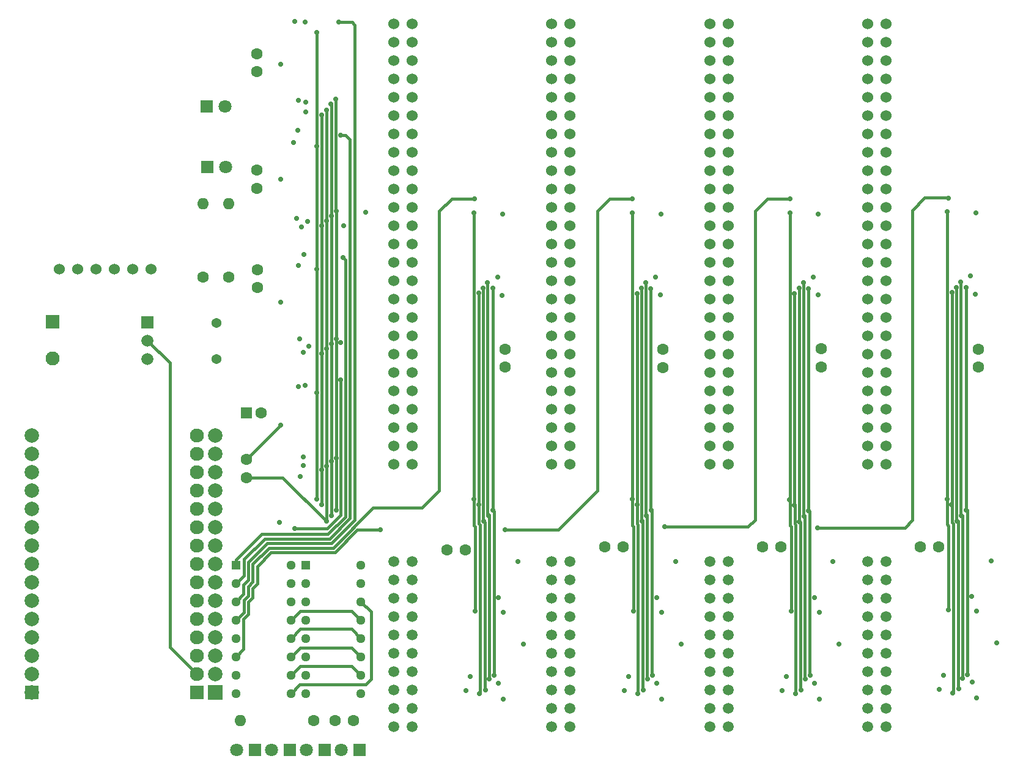
<source format=gbl>
G04 #@! TF.GenerationSoftware,KiCad,Pcbnew,(7.0.0)*
G04 #@! TF.CreationDate,2023-12-21T14:48:03-05:00*
G04 #@! TF.ProjectId,luminator,6c756d69-6e61-4746-9f72-2e6b69636164,rev?*
G04 #@! TF.SameCoordinates,Original*
G04 #@! TF.FileFunction,Copper,L4,Bot*
G04 #@! TF.FilePolarity,Positive*
%FSLAX46Y46*%
G04 Gerber Fmt 4.6, Leading zero omitted, Abs format (unit mm)*
G04 Created by KiCad (PCBNEW (7.0.0)) date 2023-12-21 14:48:03*
%MOMM*%
%LPD*%
G01*
G04 APERTURE LIST*
G04 #@! TA.AperFunction,ComponentPad*
%ADD10C,1.600000*%
G04 #@! TD*
G04 #@! TA.AperFunction,ComponentPad*
%ADD11O,1.600000X1.600000*%
G04 #@! TD*
G04 #@! TA.AperFunction,ComponentPad*
%ADD12R,1.800000X1.800000*%
G04 #@! TD*
G04 #@! TA.AperFunction,ComponentPad*
%ADD13C,1.800000*%
G04 #@! TD*
G04 #@! TA.AperFunction,ComponentPad*
%ADD14R,1.930000X1.930000*%
G04 #@! TD*
G04 #@! TA.AperFunction,ComponentPad*
%ADD15C,1.930000*%
G04 #@! TD*
G04 #@! TA.AperFunction,ComponentPad*
%ADD16R,1.600000X1.600000*%
G04 #@! TD*
G04 #@! TA.AperFunction,ComponentPad*
%ADD17C,1.498600*%
G04 #@! TD*
G04 #@! TA.AperFunction,ComponentPad*
%ADD18C,1.524000*%
G04 #@! TD*
G04 #@! TA.AperFunction,ComponentPad*
%ADD19R,1.295400X1.295400*%
G04 #@! TD*
G04 #@! TA.AperFunction,ComponentPad*
%ADD20C,1.295400*%
G04 #@! TD*
G04 #@! TA.AperFunction,ComponentPad*
%ADD21R,1.665000X1.665000*%
G04 #@! TD*
G04 #@! TA.AperFunction,ComponentPad*
%ADD22C,1.665000*%
G04 #@! TD*
G04 #@! TA.AperFunction,ComponentPad*
%ADD23R,2.000000X2.000000*%
G04 #@! TD*
G04 #@! TA.AperFunction,ComponentPad*
%ADD24C,2.000000*%
G04 #@! TD*
G04 #@! TA.AperFunction,ComponentPad*
%ADD25R,1.950000X1.950000*%
G04 #@! TD*
G04 #@! TA.AperFunction,ComponentPad*
%ADD26C,1.950000*%
G04 #@! TD*
G04 #@! TA.AperFunction,ComponentPad*
%ADD27C,1.371600*%
G04 #@! TD*
G04 #@! TA.AperFunction,ViaPad*
%ADD28C,0.700000*%
G04 #@! TD*
G04 #@! TA.AperFunction,Conductor*
%ADD29C,0.400000*%
G04 #@! TD*
G04 APERTURE END LIST*
D10*
X88239600Y-130479800D03*
D11*
X78079599Y-130479799D03*
D12*
X80111599Y-134518399D03*
D13*
X77571600Y-134518400D03*
D12*
X84937599Y-134518399D03*
D13*
X82397600Y-134518400D03*
D12*
X89738199Y-134518399D03*
D13*
X87198200Y-134518400D03*
D12*
X94584599Y-134518399D03*
D13*
X92044600Y-134518400D03*
D10*
X93680600Y-130454400D03*
X91180600Y-130454400D03*
X78892400Y-96804800D03*
X78892400Y-94304800D03*
D14*
X72008999Y-126542799D03*
D15*
X72009000Y-124002800D03*
X72009000Y-121462800D03*
X72009000Y-118922800D03*
X72009000Y-116382800D03*
X72009000Y-113842800D03*
X72009000Y-111302800D03*
X72009000Y-108762800D03*
X72009000Y-106222800D03*
X72009000Y-103682800D03*
X72009000Y-101142800D03*
X72009000Y-98602800D03*
X72009000Y-96062800D03*
X72009000Y-93522800D03*
X72009000Y-90982800D03*
D14*
X49148999Y-126542799D03*
D15*
X49149000Y-124002800D03*
X49149000Y-121462800D03*
X49149000Y-118922800D03*
X49149000Y-116382800D03*
X49149000Y-113842800D03*
X49149000Y-111302800D03*
X49149000Y-108762800D03*
X49149000Y-106222800D03*
X49149000Y-103682800D03*
X49149000Y-101142800D03*
X49149000Y-98602800D03*
X49149000Y-96062800D03*
X49149000Y-93522800D03*
X49149000Y-90982800D03*
D10*
X76479400Y-69037200D03*
D11*
X76479399Y-58877199D03*
D16*
X78917799Y-87833199D03*
D10*
X80917800Y-87833200D03*
D17*
X101854000Y-131318000D03*
X99314000Y-131318000D03*
X101854000Y-128778000D03*
X99314000Y-128778000D03*
X101854000Y-126238000D03*
X99314000Y-126238000D03*
X101854000Y-123698000D03*
X99314000Y-123698000D03*
X101854000Y-121158000D03*
X99314000Y-121158000D03*
X101854000Y-118618000D03*
X99314000Y-118618000D03*
X101854000Y-116078000D03*
X99314000Y-116078000D03*
X101854000Y-113538000D03*
X99314000Y-113538000D03*
X101854000Y-110998000D03*
X99314000Y-110998000D03*
X101854000Y-108458000D03*
X99314000Y-108458000D03*
D18*
X167456401Y-94950999D03*
X164916401Y-94950999D03*
X167456401Y-92410999D03*
X164916401Y-92410999D03*
X167456401Y-89870999D03*
X164916401Y-89870999D03*
X167456401Y-87330999D03*
X164916401Y-87330999D03*
X167456401Y-84790999D03*
X164916401Y-84790999D03*
X167456401Y-82250999D03*
X164916401Y-82250999D03*
X167456401Y-79710999D03*
X164916401Y-79710999D03*
X167456401Y-77170999D03*
X164916401Y-77170999D03*
X167456401Y-74630999D03*
X164916401Y-74630999D03*
X167456401Y-72090999D03*
X164916401Y-72090999D03*
X167456401Y-69550999D03*
X164916401Y-69550999D03*
X167456401Y-67010999D03*
X164916401Y-67010999D03*
X167456401Y-64470999D03*
X164916401Y-64470999D03*
X167456401Y-61930999D03*
X164916401Y-61930999D03*
X167456401Y-59390999D03*
X164916401Y-59390999D03*
X167456401Y-56850999D03*
X164916401Y-56850999D03*
X167456401Y-54310999D03*
X164916401Y-54310999D03*
X167456401Y-51770999D03*
X164916401Y-51770999D03*
X167456401Y-49230999D03*
X164916401Y-49230999D03*
X167456401Y-46690999D03*
X164916401Y-46690999D03*
X167456401Y-44150999D03*
X164916401Y-44150999D03*
X167456401Y-41610999D03*
X164916401Y-41610999D03*
X167456401Y-39070999D03*
X164916401Y-39070999D03*
X167456401Y-36530999D03*
X164916401Y-36530999D03*
X167456401Y-33990999D03*
X164916401Y-33990999D03*
D19*
X77444599Y-108915199D03*
D20*
X77444600Y-111455200D03*
X77444600Y-113995200D03*
X77444600Y-116535200D03*
X77444600Y-119075200D03*
X77444600Y-121615200D03*
X77444600Y-124155200D03*
X77444600Y-126695200D03*
X85064600Y-126695200D03*
X85064600Y-124155200D03*
X85064600Y-121615200D03*
X85064600Y-119075200D03*
X85064600Y-116535200D03*
X85064600Y-113995200D03*
X85064600Y-111455200D03*
X85064600Y-108915200D03*
D12*
X73426399Y-45415199D03*
D13*
X75966400Y-45415200D03*
D10*
X180263800Y-81534000D03*
X180263800Y-79034000D03*
X109174600Y-106832400D03*
X106674600Y-106832400D03*
D17*
X145612401Y-131272999D03*
X143072401Y-131272999D03*
X145612401Y-128732999D03*
X143072401Y-128732999D03*
X145612401Y-126192999D03*
X143072401Y-126192999D03*
X145612401Y-123652999D03*
X143072401Y-123652999D03*
X145612401Y-121112999D03*
X143072401Y-121112999D03*
X145612401Y-118572999D03*
X143072401Y-118572999D03*
X145612401Y-116032999D03*
X143072401Y-116032999D03*
X145612401Y-113492999D03*
X143072401Y-113492999D03*
X145612401Y-110952999D03*
X143072401Y-110952999D03*
X145612401Y-108412999D03*
X143072401Y-108412999D03*
D10*
X174706600Y-106375200D03*
X172206600Y-106375200D03*
X80340200Y-56743600D03*
X80340200Y-54243600D03*
D17*
X167456401Y-131272999D03*
X164916401Y-131272999D03*
X167456401Y-128732999D03*
X164916401Y-128732999D03*
X167456401Y-126192999D03*
X164916401Y-126192999D03*
X167456401Y-123652999D03*
X164916401Y-123652999D03*
X167456401Y-121112999D03*
X164916401Y-121112999D03*
X167456401Y-118572999D03*
X164916401Y-118572999D03*
X167456401Y-116032999D03*
X164916401Y-116032999D03*
X167456401Y-113492999D03*
X164916401Y-113492999D03*
X167456401Y-110952999D03*
X164916401Y-110952999D03*
X167456401Y-108412999D03*
X164916401Y-108412999D03*
D10*
X152882600Y-106375200D03*
X150382600Y-106375200D03*
D21*
X65203799Y-75302749D03*
D22*
X65203800Y-77842750D03*
X65203800Y-80382750D03*
D10*
X158470600Y-81483200D03*
X158470600Y-78983200D03*
D18*
X65659000Y-67932300D03*
X52959000Y-67932300D03*
X60579000Y-67932300D03*
X58039000Y-67932300D03*
X63119000Y-67932300D03*
X55499000Y-67932300D03*
D17*
X123723400Y-131272999D03*
X121183400Y-131272999D03*
X123723400Y-128732999D03*
X121183400Y-128732999D03*
X123723400Y-126192999D03*
X121183400Y-126192999D03*
X123723400Y-123652999D03*
X121183400Y-123652999D03*
X123723400Y-121112999D03*
X121183400Y-121112999D03*
X123723400Y-118572999D03*
X121183400Y-118572999D03*
X123723400Y-116032999D03*
X121183400Y-116032999D03*
X123723400Y-113492999D03*
X121183400Y-113492999D03*
X123723400Y-110952999D03*
X121183400Y-110952999D03*
X123723400Y-108412999D03*
X121183400Y-108412999D03*
D18*
X101854000Y-94996000D03*
X99314000Y-94996000D03*
X101854000Y-92456000D03*
X99314000Y-92456000D03*
X101854000Y-89916000D03*
X99314000Y-89916000D03*
X101854000Y-87376000D03*
X99314000Y-87376000D03*
X101854000Y-84836000D03*
X99314000Y-84836000D03*
X101854000Y-82296000D03*
X99314000Y-82296000D03*
X101854000Y-79756000D03*
X99314000Y-79756000D03*
X101854000Y-77216000D03*
X99314000Y-77216000D03*
X101854000Y-74676000D03*
X99314000Y-74676000D03*
X101854000Y-72136000D03*
X99314000Y-72136000D03*
X101854000Y-69596000D03*
X99314000Y-69596000D03*
X101854000Y-67056000D03*
X99314000Y-67056000D03*
X101854000Y-64516000D03*
X99314000Y-64516000D03*
X101854000Y-61976000D03*
X99314000Y-61976000D03*
X101854000Y-59436000D03*
X99314000Y-59436000D03*
X101854000Y-56896000D03*
X99314000Y-56896000D03*
X101854000Y-54356000D03*
X99314000Y-54356000D03*
X101854000Y-51816000D03*
X99314000Y-51816000D03*
X101854000Y-49276000D03*
X99314000Y-49276000D03*
X101854000Y-46736000D03*
X99314000Y-46736000D03*
X101854000Y-44196000D03*
X99314000Y-44196000D03*
X101854000Y-41656000D03*
X99314000Y-41656000D03*
X101854000Y-39116000D03*
X99314000Y-39116000D03*
X101854000Y-36576000D03*
X99314000Y-36576000D03*
X101854000Y-34036000D03*
X99314000Y-34036000D03*
D10*
X136575800Y-81584800D03*
X136575800Y-79084800D03*
D23*
X74548999Y-126542799D03*
D24*
X74549000Y-124002800D03*
X74549000Y-121462800D03*
X74549000Y-118922800D03*
X74549000Y-116382800D03*
X74549000Y-113842800D03*
X74549000Y-111302800D03*
X74549000Y-108762800D03*
X74549000Y-106222800D03*
X74549000Y-103682800D03*
X74549000Y-101142800D03*
X74549000Y-98602800D03*
X74549000Y-96062800D03*
X74549000Y-93522800D03*
X74549000Y-90982800D03*
X49149000Y-90982800D03*
X49149000Y-93522800D03*
X49149000Y-96062800D03*
X49149000Y-98602800D03*
X49149000Y-101142800D03*
X49149000Y-103682800D03*
X49149000Y-106222800D03*
X49149000Y-108762800D03*
X49149000Y-111302800D03*
X49149000Y-113842800D03*
X49149000Y-116382800D03*
X49149000Y-118922800D03*
X49149000Y-121462800D03*
X49149000Y-124002800D03*
X49149000Y-126542800D03*
D19*
X87147399Y-108915199D03*
D20*
X87147400Y-111455200D03*
X87147400Y-113995200D03*
X87147400Y-116535200D03*
X87147400Y-119075200D03*
X87147400Y-121615200D03*
X87147400Y-124155200D03*
X87147400Y-126695200D03*
X94767400Y-126695200D03*
X94767400Y-124155200D03*
X94767400Y-121615200D03*
X94767400Y-119075200D03*
X94767400Y-116535200D03*
X94767400Y-113995200D03*
X94767400Y-111455200D03*
X94767400Y-108915200D03*
D12*
X73482199Y-53847999D03*
D13*
X76022200Y-53848000D03*
D25*
X52044599Y-75234799D03*
D26*
X52044600Y-80314800D03*
D18*
X123723400Y-94950999D03*
X121183400Y-94950999D03*
X123723400Y-92410999D03*
X121183400Y-92410999D03*
X123723400Y-89870999D03*
X121183400Y-89870999D03*
X123723400Y-87330999D03*
X121183400Y-87330999D03*
X123723400Y-84790999D03*
X121183400Y-84790999D03*
X123723400Y-82250999D03*
X121183400Y-82250999D03*
X123723400Y-79710999D03*
X121183400Y-79710999D03*
X123723400Y-77170999D03*
X121183400Y-77170999D03*
X123723400Y-74630999D03*
X121183400Y-74630999D03*
X123723400Y-72090999D03*
X121183400Y-72090999D03*
X123723400Y-69550999D03*
X121183400Y-69550999D03*
X123723400Y-67010999D03*
X121183400Y-67010999D03*
X123723400Y-64470999D03*
X121183400Y-64470999D03*
X123723400Y-61930999D03*
X121183400Y-61930999D03*
X123723400Y-59390999D03*
X121183400Y-59390999D03*
X123723400Y-56850999D03*
X121183400Y-56850999D03*
X123723400Y-54310999D03*
X121183400Y-54310999D03*
X123723400Y-51770999D03*
X121183400Y-51770999D03*
X123723400Y-49230999D03*
X121183400Y-49230999D03*
X123723400Y-46690999D03*
X121183400Y-46690999D03*
X123723400Y-44150999D03*
X121183400Y-44150999D03*
X123723400Y-41610999D03*
X121183400Y-41610999D03*
X123723400Y-39070999D03*
X121183400Y-39070999D03*
X123723400Y-36530999D03*
X121183400Y-36530999D03*
X123723400Y-33990999D03*
X121183400Y-33990999D03*
D10*
X80441800Y-70510400D03*
X80441800Y-68010400D03*
X80340200Y-40620000D03*
X80340200Y-38120000D03*
D27*
X74752200Y-75433550D03*
X74752200Y-80433550D03*
D18*
X145612401Y-94950999D03*
X143072401Y-94950999D03*
X145612401Y-92410999D03*
X143072401Y-92410999D03*
X145612401Y-89870999D03*
X143072401Y-89870999D03*
X145612401Y-87330999D03*
X143072401Y-87330999D03*
X145612401Y-84790999D03*
X143072401Y-84790999D03*
X145612401Y-82250999D03*
X143072401Y-82250999D03*
X145612401Y-79710999D03*
X143072401Y-79710999D03*
X145612401Y-77170999D03*
X143072401Y-77170999D03*
X145612401Y-74630999D03*
X143072401Y-74630999D03*
X145612401Y-72090999D03*
X143072401Y-72090999D03*
X145612401Y-69550999D03*
X143072401Y-69550999D03*
X145612401Y-67010999D03*
X143072401Y-67010999D03*
X145612401Y-64470999D03*
X143072401Y-64470999D03*
X145612401Y-61930999D03*
X143072401Y-61930999D03*
X145612401Y-59390999D03*
X143072401Y-59390999D03*
X145612401Y-56850999D03*
X143072401Y-56850999D03*
X145612401Y-54310999D03*
X143072401Y-54310999D03*
X145612401Y-51770999D03*
X143072401Y-51770999D03*
X145612401Y-49230999D03*
X143072401Y-49230999D03*
X145612401Y-46690999D03*
X143072401Y-46690999D03*
X145612401Y-44150999D03*
X143072401Y-44150999D03*
X145612401Y-41610999D03*
X143072401Y-41610999D03*
X145612401Y-39070999D03*
X143072401Y-39070999D03*
X145612401Y-36530999D03*
X143072401Y-36530999D03*
X145612401Y-33990999D03*
X143072401Y-33990999D03*
D10*
X131018600Y-106375200D03*
X128518600Y-106375200D03*
X114681000Y-81534000D03*
X114681000Y-79034000D03*
X72872600Y-69037200D03*
D11*
X72872599Y-58877199D03*
D28*
X158210801Y-127457200D03*
X154180899Y-58211001D03*
X139115800Y-119837200D03*
X134188200Y-69850000D03*
X113207800Y-124206000D03*
X88671400Y-50901600D03*
X87528400Y-78613000D03*
X176707800Y-126593600D03*
X154914600Y-126746000D03*
X132283200Y-99816201D03*
X154076400Y-99872800D03*
X134442200Y-124714000D03*
X112395000Y-102108000D03*
X179885699Y-60141401D03*
X177520600Y-126034800D03*
X114477800Y-115417600D03*
X176583699Y-71170800D03*
X154130099Y-60147200D03*
X87401400Y-61341000D03*
X91973400Y-49428400D03*
X86131400Y-67437000D03*
X154762200Y-100634800D03*
X154790499Y-71323200D03*
X90652600Y-60553600D03*
X176098200Y-115112800D03*
X158013400Y-103733600D03*
X88671400Y-35153600D03*
X85979000Y-48768000D03*
X134950200Y-101346000D03*
X86258400Y-77597000D03*
X110413800Y-60147200D03*
X112547400Y-124714000D03*
X136271000Y-60293801D03*
X135712200Y-113385600D03*
X136779000Y-103581200D03*
X83642200Y-39573200D03*
X133680200Y-102864201D03*
X89992200Y-45923200D03*
X177876200Y-102108000D03*
X156286200Y-124714000D03*
X157556200Y-113385600D03*
X113004600Y-70561200D03*
X87147400Y-44831000D03*
X110388400Y-99822000D03*
X92329000Y-61976000D03*
X134899400Y-70662800D03*
X112293400Y-69850000D03*
X178536600Y-101346000D03*
X156009699Y-69850000D03*
X154305000Y-115265200D03*
X83439000Y-102971600D03*
X178739800Y-124053600D03*
X155727400Y-126187200D03*
X111175800Y-126746000D03*
X177193299Y-70459600D03*
X89992200Y-102870000D03*
X156083000Y-102158800D03*
X175923299Y-59994800D03*
X113665000Y-69037200D03*
X135102600Y-124206000D03*
X86131400Y-84201000D03*
X97409000Y-104038400D03*
X157381299Y-69031401D03*
X111785400Y-102870000D03*
X86868000Y-65963800D03*
X91719400Y-33782000D03*
X135706401Y-125272800D03*
X160959800Y-119837200D03*
X89331800Y-46583600D03*
X131185201Y-126288800D03*
X83642200Y-72542400D03*
X91262200Y-44399200D03*
X179349400Y-113233200D03*
X135559800Y-69031401D03*
X133578600Y-70612000D03*
X88671400Y-85090000D03*
X178514099Y-70510400D03*
X114681000Y-104038400D03*
X90652600Y-78282800D03*
X132969000Y-100578201D03*
X109905800Y-124358400D03*
X179813497Y-71397599D03*
X177802899Y-69697600D03*
X158092499Y-60293801D03*
X91363800Y-94081600D03*
X91313000Y-77571600D03*
X157550401Y-125272800D03*
X90652600Y-102108000D03*
X133070600Y-126746000D03*
X109296200Y-126288800D03*
X134289800Y-102102201D03*
X87020400Y-84074000D03*
X91313000Y-101346000D03*
X138303000Y-108407200D03*
X153638801Y-124358400D03*
X111683800Y-70561200D03*
X156946600Y-124206000D03*
X132308600Y-60147200D03*
X116459000Y-108458000D03*
X89331800Y-95758000D03*
X136372600Y-115417600D03*
X155400099Y-70612000D03*
X110464600Y-58216800D03*
X89331800Y-61976000D03*
X110566200Y-115265200D03*
X176089849Y-58174351D03*
X85623400Y-33655000D03*
X114477800Y-127457200D03*
X111988600Y-126187200D03*
X91313000Y-59944000D03*
X156720899Y-70662800D03*
X153029201Y-126288800D03*
X86385400Y-96647000D03*
X88671400Y-67919600D03*
X181991000Y-108356400D03*
X182753000Y-119684800D03*
X158020297Y-71549999D03*
X175895000Y-99822000D03*
X175440699Y-124208899D03*
X91973400Y-78079600D03*
X90601800Y-45110400D03*
X158216600Y-115417600D03*
X113817400Y-125272800D03*
X132359400Y-58211001D03*
X155473400Y-102920800D03*
X160096200Y-108458000D03*
X177266600Y-102870000D03*
X174831099Y-126139299D03*
X111074200Y-100584000D03*
X89992200Y-78943200D03*
X95427800Y-60096400D03*
X111074200Y-71221600D03*
X136198798Y-71549999D03*
X113055400Y-101346000D03*
X86512400Y-62103000D03*
X114303998Y-71555798D03*
X87147400Y-46228000D03*
X85877400Y-60960000D03*
X89992200Y-95250000D03*
X91922600Y-83261200D03*
X85572600Y-103886000D03*
X85420200Y-50444400D03*
X89331800Y-79603600D03*
X132969000Y-71323200D03*
X117221000Y-119837200D03*
X88671400Y-99822000D03*
X87020400Y-33782000D03*
X132461000Y-115265200D03*
X133883400Y-126187200D03*
X89992200Y-61264800D03*
X86766400Y-95123000D03*
X86766400Y-93980000D03*
X136366801Y-127457200D03*
X178079400Y-124561600D03*
X114376200Y-60299600D03*
X92278200Y-66344800D03*
X90652600Y-94538800D03*
X180009800Y-115265200D03*
X113817400Y-113385600D03*
X180012699Y-127307699D03*
X86766400Y-79502000D03*
X86131400Y-44577000D03*
X83642200Y-89560400D03*
X176555400Y-100584000D03*
X179352299Y-125123299D03*
X89331800Y-100584000D03*
X156743400Y-101396800D03*
X83642200Y-55473600D03*
X179174499Y-68879001D03*
X131794801Y-124358400D03*
D29*
X83927000Y-96804800D02*
X78892400Y-96804800D01*
X89992200Y-102870000D02*
X83927000Y-96804800D01*
X83636800Y-89560400D02*
X83642200Y-89560400D01*
X78892400Y-94304800D02*
X83636800Y-89560400D01*
X68300600Y-80939550D02*
X68300600Y-120294400D01*
X65203800Y-77842750D02*
X68300600Y-80939550D01*
X68300600Y-120294400D02*
X72009000Y-124002800D01*
X88671400Y-50901600D02*
X88671400Y-35153600D01*
X88671400Y-35153600D02*
X88671400Y-35204400D01*
X176758600Y-103174800D02*
X176758600Y-126542800D01*
X91262200Y-59893200D02*
X91313000Y-59944000D01*
X86334600Y-115265200D02*
X93497400Y-115265200D01*
X89992200Y-61264800D02*
X89992200Y-78943200D01*
X90652600Y-78282800D02*
X90652600Y-60553600D01*
X177802899Y-69697600D02*
X177802899Y-101848201D01*
X93497400Y-120345200D02*
X94767400Y-121615200D01*
X158013400Y-103733600D02*
X158064200Y-103733600D01*
X89331800Y-79603600D02*
X89331800Y-61976000D01*
X110388400Y-103454200D02*
X110388400Y-99822000D01*
X79121000Y-113182400D02*
X78562200Y-113741200D01*
X175895000Y-99822000D02*
X175923299Y-99793701D01*
X96139000Y-124714000D02*
X96139000Y-115366800D01*
X110413800Y-60147200D02*
X110413800Y-99568000D01*
X176606200Y-100431600D02*
X176606200Y-103022400D01*
X111887000Y-102971600D02*
X111887000Y-126085600D01*
X105587800Y-98602800D02*
X103200200Y-100990400D01*
X110464600Y-58216800D02*
X107315000Y-58216800D01*
X89331800Y-61976000D02*
X89331800Y-46583600D01*
X156235400Y-124663200D02*
X156235400Y-102209600D01*
X111683800Y-102768400D02*
X111785400Y-102870000D01*
X93903800Y-34137600D02*
X93903800Y-102666800D01*
X79171800Y-115722400D02*
X78511400Y-116382800D01*
X91313000Y-98298000D02*
X91363800Y-98247200D01*
X85064600Y-126695200D02*
X86283800Y-125476000D01*
X156009699Y-69850000D02*
X156009699Y-102000601D01*
X90652600Y-60553600D02*
X90652600Y-45161200D01*
X89992200Y-45923200D02*
X89992200Y-61264800D01*
X79781400Y-111201200D02*
X79121000Y-111861600D01*
X154076400Y-99872800D02*
X154076400Y-99615900D01*
X111785400Y-102870000D02*
X111887000Y-102971600D01*
X90043000Y-103886000D02*
X91973400Y-101955600D01*
X78511400Y-120548400D02*
X77444600Y-121615200D01*
X93243400Y-102412800D02*
X90398600Y-105257600D01*
X149304099Y-102638501D02*
X148361400Y-103581200D01*
X111074200Y-71221600D02*
X111074200Y-100584000D01*
X176089849Y-58174351D02*
X175974099Y-58058601D01*
X79730600Y-112115600D02*
X79730600Y-113436400D01*
X85064600Y-119075200D02*
X86385400Y-117754400D01*
X178689000Y-101295200D02*
X178689000Y-124002800D01*
X113004600Y-70561200D02*
X113004600Y-101295200D01*
X177193299Y-70459600D02*
X177193299Y-102610201D01*
X110566200Y-115265200D02*
X110566200Y-103632000D01*
X91363800Y-94081600D02*
X91313000Y-94030800D01*
X89331800Y-95758000D02*
X89331800Y-100584000D01*
X85064600Y-116535200D02*
X86334600Y-115265200D01*
X93497400Y-122885200D02*
X94767400Y-124155200D01*
X111226600Y-126695200D02*
X111175800Y-126746000D01*
X154130099Y-60147200D02*
X154130099Y-99562201D01*
X111887000Y-126085600D02*
X111988600Y-126187200D01*
X154180899Y-58211001D02*
X151031299Y-58211001D01*
X127482600Y-98597001D02*
X122041201Y-104038400D01*
X133578600Y-70612000D02*
X133578600Y-102762601D01*
X81000600Y-104648000D02*
X77444600Y-108204000D01*
X110388400Y-99822000D02*
X110388400Y-99593400D01*
X134188200Y-69850000D02*
X134188200Y-102000601D01*
X110388400Y-99593400D02*
X110413800Y-99568000D01*
X132308600Y-60147200D02*
X132308600Y-99562201D01*
X112496600Y-102209600D02*
X112395000Y-102108000D01*
X89992200Y-78943200D02*
X89992200Y-95250000D01*
X154127200Y-103454200D02*
X154127200Y-99822000D01*
X96443800Y-100990400D02*
X90906600Y-106527600D01*
X97409000Y-104038400D02*
X94259400Y-104038400D01*
X93548200Y-33782000D02*
X93903800Y-34137600D01*
X155625800Y-102971600D02*
X155625800Y-126085600D01*
X113157000Y-124155200D02*
X113207800Y-124206000D01*
X107315000Y-58216800D02*
X105587800Y-59944000D01*
X89992200Y-95250000D02*
X89992200Y-102870000D01*
X175923299Y-99793701D02*
X175923299Y-59994800D01*
X90398600Y-105257600D02*
X81407000Y-105257600D01*
X113004600Y-101295200D02*
X113055400Y-101346000D01*
X171097299Y-102689301D02*
X170053000Y-103733600D01*
X90906600Y-106527600D02*
X82016600Y-106527600D01*
X81762600Y-105918000D02*
X79171800Y-108508800D01*
X79171800Y-108508800D02*
X79171800Y-110947200D01*
X136779000Y-103581200D02*
X136829800Y-103581200D01*
X79781400Y-108762800D02*
X79781400Y-111201200D01*
X91973400Y-49428400D02*
X92633800Y-49428400D01*
X82321400Y-107137200D02*
X80391000Y-109067600D01*
X85064600Y-121615200D02*
X86334600Y-120345200D01*
X148361400Y-103581200D02*
X136779000Y-103581200D01*
X132461000Y-103632000D02*
X132283200Y-103454200D01*
X78511400Y-111607600D02*
X78511400Y-112928400D01*
X132969000Y-100584000D02*
X132969000Y-103174800D01*
X91973400Y-83312000D02*
X91922600Y-83261200D01*
X175974099Y-58058601D02*
X172824499Y-58058601D01*
X132969000Y-71323200D02*
X132969000Y-100578201D01*
X86334600Y-122885200D02*
X93497400Y-122885200D01*
X170053000Y-103733600D02*
X158013400Y-103733600D01*
X90144600Y-104648000D02*
X81000600Y-104648000D01*
X149304099Y-59938201D02*
X149304099Y-98597001D01*
X78511400Y-116382800D02*
X78511400Y-120548400D01*
X154813000Y-100584000D02*
X154813000Y-103174800D01*
X88671400Y-85090000D02*
X88671400Y-99822000D01*
X91160600Y-107137200D02*
X82321400Y-107137200D01*
X91973400Y-101955600D02*
X91973400Y-83312000D01*
X133781800Y-102971600D02*
X133781800Y-126085600D01*
X79121000Y-111861600D02*
X79121000Y-113182400D01*
X96139000Y-115366800D02*
X94767400Y-113995200D01*
X85572600Y-103886000D02*
X90043000Y-103886000D01*
X156720899Y-70662800D02*
X156720899Y-101289401D01*
X91313000Y-59944000D02*
X91313000Y-77571600D01*
X149304099Y-98597001D02*
X149304099Y-102638501D01*
X156895800Y-101447600D02*
X156895800Y-124155200D01*
X133121400Y-103327200D02*
X133121400Y-126695200D01*
X178514099Y-70510400D02*
X178514099Y-101137001D01*
X91313000Y-94030800D02*
X91313000Y-77571600D01*
X90652600Y-105918000D02*
X81762600Y-105918000D01*
X154076400Y-99615900D02*
X154130099Y-99562201D01*
X132308600Y-60141401D02*
X132308600Y-60147200D01*
X78562200Y-110337600D02*
X77444600Y-111455200D01*
X103200200Y-100990400D02*
X96443800Y-100990400D01*
X122041201Y-104038400D02*
X114681000Y-104038400D01*
X78562200Y-115417600D02*
X77444600Y-116535200D01*
X176098200Y-115112800D02*
X176098200Y-103479600D01*
X79171800Y-113995200D02*
X79171800Y-115722400D01*
X90652600Y-94538800D02*
X90652600Y-78282800D01*
X89331800Y-95758000D02*
X89331800Y-79603600D01*
X88671400Y-67919600D02*
X88671400Y-50901600D01*
X77444600Y-108204000D02*
X77444600Y-108915200D01*
X111226600Y-103327200D02*
X111226600Y-126695200D01*
X176098200Y-103479600D02*
X175920400Y-103301800D01*
X132283200Y-103454200D02*
X132283200Y-99822000D01*
X79730600Y-113436400D02*
X79171800Y-113995200D01*
X90652600Y-94538800D02*
X90652600Y-102108000D01*
X176606200Y-103022400D02*
X176758600Y-103174800D01*
X86283800Y-125476000D02*
X95377000Y-125476000D01*
X91313000Y-101346000D02*
X91313000Y-98298000D01*
X129209800Y-58211001D02*
X127482600Y-59938201D01*
X95377000Y-125476000D02*
X96139000Y-124714000D01*
X82016600Y-106527600D02*
X79781400Y-108762800D01*
X135051800Y-101447600D02*
X135051800Y-124155200D01*
X92633800Y-49428400D02*
X93243400Y-50038000D01*
X88671400Y-85090000D02*
X88671400Y-67919600D01*
X132461000Y-115265200D02*
X132461000Y-103632000D01*
X132969000Y-71215801D02*
X132969000Y-71323200D01*
X113055400Y-101346000D02*
X113157000Y-101447600D01*
X134391400Y-124663200D02*
X134391400Y-102209600D01*
X178028600Y-124510800D02*
X178028600Y-102057200D01*
X134899400Y-70662800D02*
X134899400Y-101289401D01*
X134899400Y-70555401D02*
X134899400Y-70662800D01*
X132969000Y-103174800D02*
X133121400Y-103327200D01*
X134188200Y-69844201D02*
X134188200Y-69850000D01*
X86334600Y-120345200D02*
X93497400Y-120345200D01*
X111074200Y-100584000D02*
X111074200Y-103174800D01*
X111074200Y-103174800D02*
X111226600Y-103327200D01*
X154790499Y-71323200D02*
X154790499Y-100578201D01*
X133578600Y-70555401D02*
X133578600Y-70612000D01*
X92583000Y-102209600D02*
X90144600Y-104648000D01*
X110566200Y-103632000D02*
X110388400Y-103454200D01*
X105587800Y-59944000D02*
X105587800Y-98602800D01*
X175920400Y-103301800D02*
X175920400Y-99669600D01*
X92583000Y-66649600D02*
X92583000Y-102209600D01*
X154305000Y-115265200D02*
X154305000Y-103632000D01*
X93903800Y-102666800D02*
X90652600Y-105918000D01*
X154305000Y-103632000D02*
X154127200Y-103454200D01*
X154965400Y-103327200D02*
X154965400Y-126695200D01*
X91719400Y-33782000D02*
X93548200Y-33782000D01*
X93446600Y-117754400D02*
X94767400Y-119075200D01*
X85064600Y-124155200D02*
X86334600Y-122885200D01*
X90652600Y-45161200D02*
X90601800Y-45110400D01*
X94259400Y-104038400D02*
X91160600Y-107137200D01*
X80391000Y-111455200D02*
X79730600Y-112115600D01*
X91363800Y-94081600D02*
X91363800Y-98247200D01*
X155400099Y-70612000D02*
X155400099Y-102762601D01*
X113157000Y-101447600D02*
X113157000Y-124155200D01*
X127482600Y-59938201D02*
X127482600Y-98597001D01*
X112496600Y-124663200D02*
X112496600Y-102209600D01*
X111683800Y-70561200D02*
X111683800Y-102768400D01*
X112293400Y-69850000D02*
X112293400Y-102006400D01*
X154813000Y-103174800D02*
X154965400Y-103327200D01*
X81407000Y-105257600D02*
X78562200Y-108102400D01*
X78562200Y-108102400D02*
X78562200Y-110337600D01*
X132359400Y-58211001D02*
X129209800Y-58211001D01*
X80391000Y-109067600D02*
X80391000Y-111455200D01*
X171097299Y-59785801D02*
X171097299Y-102689301D01*
X86385400Y-117754400D02*
X93446600Y-117754400D01*
X176583699Y-71170800D02*
X176583699Y-100425801D01*
X78511400Y-112928400D02*
X77444600Y-113995200D01*
X79171800Y-110947200D02*
X78511400Y-111607600D01*
X151031299Y-58211001D02*
X149304099Y-59938201D01*
X91262200Y-44399200D02*
X91262200Y-59893200D01*
X172824499Y-58058601D02*
X171097299Y-59785801D01*
X92278200Y-66344800D02*
X92583000Y-66649600D01*
X93497400Y-115265200D02*
X94767400Y-116535200D01*
X177419000Y-102819200D02*
X177419000Y-125933200D01*
X78562200Y-113741200D02*
X78562200Y-115417600D01*
X112547400Y-124714000D02*
X112496600Y-124663200D01*
X112293400Y-102006400D02*
X112395000Y-102108000D01*
X93243400Y-50038000D02*
X93243400Y-102412800D01*
M02*

</source>
